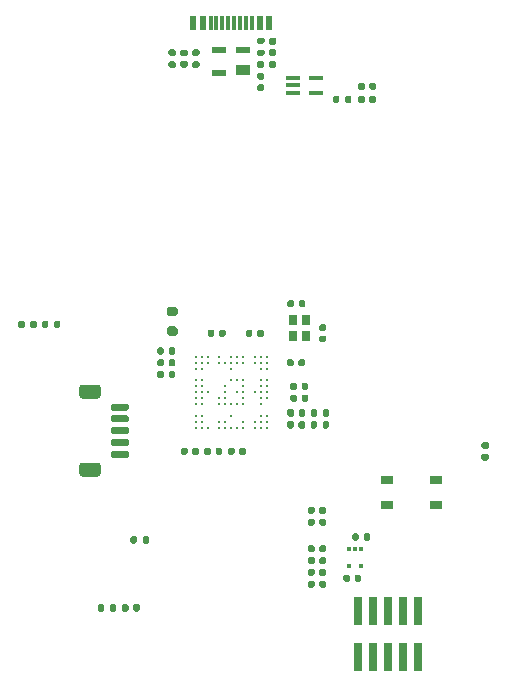
<source format=gtp>
G04 #@! TF.GenerationSoftware,KiCad,Pcbnew,6.0.7+dfsg-1~bpo11+1*
G04 #@! TF.CreationDate,2022-10-07T12:23:39+00:00*
G04 #@! TF.ProjectId,redshift,72656473-6869-4667-942e-6b696361645f,0.2*
G04 #@! TF.SameCoordinates,Original*
G04 #@! TF.FileFunction,Paste,Top*
G04 #@! TF.FilePolarity,Positive*
%FSLAX46Y46*%
G04 Gerber Fmt 4.6, Leading zero omitted, Abs format (unit mm)*
G04 Created by KiCad (PCBNEW 6.0.7+dfsg-1~bpo11+1) date 2022-10-07 12:23:39*
%MOMM*%
%LPD*%
G01*
G04 APERTURE LIST*
%ADD10R,0.600000X1.150000*%
%ADD11R,0.300000X1.150000*%
%ADD12R,0.300000X0.450000*%
%ADD13R,0.800000X0.900000*%
%ADD14R,1.170000X0.400000*%
%ADD15R,1.050000X0.650000*%
%ADD16R,0.740000X2.400000*%
%ADD17R,1.168400X0.889000*%
%ADD18R,1.168400X0.482600*%
%ADD19C,0.240000*%
G04 APERTURE END LIST*
G36*
G01*
X30780000Y23435000D02*
X30780000Y23065000D01*
G75*
G02*
X30645000Y22930000I-135000J0D01*
G01*
X30375000Y22930000D01*
G75*
G02*
X30240000Y23065000I0J135000D01*
G01*
X30240000Y23435000D01*
G75*
G02*
X30375000Y23570000I135000J0D01*
G01*
X30645000Y23570000D01*
G75*
G02*
X30780000Y23435000I0J-135000D01*
G01*
G37*
G36*
G01*
X29760000Y23435000D02*
X29760000Y23065000D01*
G75*
G02*
X29625000Y22930000I-135000J0D01*
G01*
X29355000Y22930000D01*
G75*
G02*
X29220000Y23065000I0J135000D01*
G01*
X29220000Y23435000D01*
G75*
G02*
X29355000Y23570000I135000J0D01*
G01*
X29625000Y23570000D01*
G75*
G02*
X29760000Y23435000I0J-135000D01*
G01*
G37*
G36*
G01*
X26280000Y53922500D02*
X26280000Y53577500D01*
G75*
G02*
X26132500Y53430000I-147500J0D01*
G01*
X25837500Y53430000D01*
G75*
G02*
X25690000Y53577500I0J147500D01*
G01*
X25690000Y53922500D01*
G75*
G02*
X25837500Y54070000I147500J0D01*
G01*
X26132500Y54070000D01*
G75*
G02*
X26280000Y53922500I0J-147500D01*
G01*
G37*
G36*
G01*
X25310000Y53922500D02*
X25310000Y53577500D01*
G75*
G02*
X25162500Y53430000I-147500J0D01*
G01*
X24867500Y53430000D01*
G75*
G02*
X24720000Y53577500I0J147500D01*
G01*
X24720000Y53922500D01*
G75*
G02*
X24867500Y54070000I147500J0D01*
G01*
X25162500Y54070000D01*
G75*
G02*
X25310000Y53922500I0J-147500D01*
G01*
G37*
G36*
G01*
X27510000Y25330000D02*
X27510000Y25670000D01*
G75*
G02*
X27650000Y25810000I140000J0D01*
G01*
X27930000Y25810000D01*
G75*
G02*
X28070000Y25670000I0J-140000D01*
G01*
X28070000Y25330000D01*
G75*
G02*
X27930000Y25190000I-140000J0D01*
G01*
X27650000Y25190000D01*
G75*
G02*
X27510000Y25330000I0J140000D01*
G01*
G37*
G36*
G01*
X28470000Y25330000D02*
X28470000Y25670000D01*
G75*
G02*
X28610000Y25810000I140000J0D01*
G01*
X28890000Y25810000D01*
G75*
G02*
X29030000Y25670000I0J-140000D01*
G01*
X29030000Y25330000D01*
G75*
G02*
X28890000Y25190000I-140000J0D01*
G01*
X28610000Y25190000D01*
G75*
G02*
X28470000Y25330000I0J140000D01*
G01*
G37*
G36*
G01*
X17760000Y27670000D02*
X17760000Y27330000D01*
G75*
G02*
X17620000Y27190000I-140000J0D01*
G01*
X17340000Y27190000D01*
G75*
G02*
X17200000Y27330000I0J140000D01*
G01*
X17200000Y27670000D01*
G75*
G02*
X17340000Y27810000I140000J0D01*
G01*
X17620000Y27810000D01*
G75*
G02*
X17760000Y27670000I0J-140000D01*
G01*
G37*
G36*
G01*
X16800000Y27670000D02*
X16800000Y27330000D01*
G75*
G02*
X16660000Y27190000I-140000J0D01*
G01*
X16380000Y27190000D01*
G75*
G02*
X16240000Y27330000I0J140000D01*
G01*
X16240000Y27670000D01*
G75*
G02*
X16380000Y27810000I140000J0D01*
G01*
X16660000Y27810000D01*
G75*
G02*
X16800000Y27670000I0J-140000D01*
G01*
G37*
G36*
G01*
X17760000Y29670000D02*
X17760000Y29330000D01*
G75*
G02*
X17620000Y29190000I-140000J0D01*
G01*
X17340000Y29190000D01*
G75*
G02*
X17200000Y29330000I0J140000D01*
G01*
X17200000Y29670000D01*
G75*
G02*
X17340000Y29810000I140000J0D01*
G01*
X17620000Y29810000D01*
G75*
G02*
X17760000Y29670000I0J-140000D01*
G01*
G37*
G36*
G01*
X16800000Y29670000D02*
X16800000Y29330000D01*
G75*
G02*
X16660000Y29190000I-140000J0D01*
G01*
X16380000Y29190000D01*
G75*
G02*
X16240000Y29330000I0J140000D01*
G01*
X16240000Y29670000D01*
G75*
G02*
X16380000Y29810000I140000J0D01*
G01*
X16660000Y29810000D01*
G75*
G02*
X16800000Y29670000I0J-140000D01*
G01*
G37*
G36*
G01*
X33240000Y51730000D02*
X33240000Y52070000D01*
G75*
G02*
X33380000Y52210000I140000J0D01*
G01*
X33660000Y52210000D01*
G75*
G02*
X33800000Y52070000I0J-140000D01*
G01*
X33800000Y51730000D01*
G75*
G02*
X33660000Y51590000I-140000J0D01*
G01*
X33380000Y51590000D01*
G75*
G02*
X33240000Y51730000I0J140000D01*
G01*
G37*
G36*
G01*
X34200000Y51730000D02*
X34200000Y52070000D01*
G75*
G02*
X34340000Y52210000I140000J0D01*
G01*
X34620000Y52210000D01*
G75*
G02*
X34760000Y52070000I0J-140000D01*
G01*
X34760000Y51730000D01*
G75*
G02*
X34620000Y51590000I-140000J0D01*
G01*
X34340000Y51590000D01*
G75*
G02*
X34200000Y51730000I0J140000D01*
G01*
G37*
G36*
G01*
X24830000Y53030000D02*
X25170000Y53030000D01*
G75*
G02*
X25310000Y52890000I0J-140000D01*
G01*
X25310000Y52610000D01*
G75*
G02*
X25170000Y52470000I-140000J0D01*
G01*
X24830000Y52470000D01*
G75*
G02*
X24690000Y52610000I0J140000D01*
G01*
X24690000Y52890000D01*
G75*
G02*
X24830000Y53030000I140000J0D01*
G01*
G37*
G36*
G01*
X24830000Y52070000D02*
X25170000Y52070000D01*
G75*
G02*
X25310000Y51930000I0J-140000D01*
G01*
X25310000Y51650000D01*
G75*
G02*
X25170000Y51510000I-140000J0D01*
G01*
X24830000Y51510000D01*
G75*
G02*
X24690000Y51650000I0J140000D01*
G01*
X24690000Y51930000D01*
G75*
G02*
X24830000Y52070000I140000J0D01*
G01*
G37*
G36*
G01*
X20510000Y30830000D02*
X20510000Y31170000D01*
G75*
G02*
X20650000Y31310000I140000J0D01*
G01*
X20930000Y31310000D01*
G75*
G02*
X21070000Y31170000I0J-140000D01*
G01*
X21070000Y30830000D01*
G75*
G02*
X20930000Y30690000I-140000J0D01*
G01*
X20650000Y30690000D01*
G75*
G02*
X20510000Y30830000I0J140000D01*
G01*
G37*
G36*
G01*
X21470000Y30830000D02*
X21470000Y31170000D01*
G75*
G02*
X21610000Y31310000I140000J0D01*
G01*
X21890000Y31310000D01*
G75*
G02*
X22030000Y31170000I0J-140000D01*
G01*
X22030000Y30830000D01*
G75*
G02*
X21890000Y30690000I-140000J0D01*
G01*
X21610000Y30690000D01*
G75*
G02*
X21470000Y30830000I0J140000D01*
G01*
G37*
G36*
G01*
X28990000Y9580000D02*
X28990000Y9920000D01*
G75*
G02*
X29130000Y10060000I140000J0D01*
G01*
X29410000Y10060000D01*
G75*
G02*
X29550000Y9920000I0J-140000D01*
G01*
X29550000Y9580000D01*
G75*
G02*
X29410000Y9440000I-140000J0D01*
G01*
X29130000Y9440000D01*
G75*
G02*
X28990000Y9580000I0J140000D01*
G01*
G37*
G36*
G01*
X29950000Y9580000D02*
X29950000Y9920000D01*
G75*
G02*
X30090000Y10060000I140000J0D01*
G01*
X30370000Y10060000D01*
G75*
G02*
X30510000Y9920000I0J-140000D01*
G01*
X30510000Y9580000D01*
G75*
G02*
X30370000Y9440000I-140000J0D01*
G01*
X30090000Y9440000D01*
G75*
G02*
X29950000Y9580000I0J140000D01*
G01*
G37*
G36*
G01*
X27225000Y24077500D02*
X27225000Y24422500D01*
G75*
G02*
X27372500Y24570000I147500J0D01*
G01*
X27667500Y24570000D01*
G75*
G02*
X27815000Y24422500I0J-147500D01*
G01*
X27815000Y24077500D01*
G75*
G02*
X27667500Y23930000I-147500J0D01*
G01*
X27372500Y23930000D01*
G75*
G02*
X27225000Y24077500I0J147500D01*
G01*
G37*
G36*
G01*
X28195000Y24077500D02*
X28195000Y24422500D01*
G75*
G02*
X28342500Y24570000I147500J0D01*
G01*
X28637500Y24570000D01*
G75*
G02*
X28785000Y24422500I0J-147500D01*
G01*
X28785000Y24077500D01*
G75*
G02*
X28637500Y23930000I-147500J0D01*
G01*
X28342500Y23930000D01*
G75*
G02*
X28195000Y24077500I0J147500D01*
G01*
G37*
D10*
X25700000Y57245000D03*
X24900000Y57245000D03*
D11*
X23750000Y57245000D03*
X22750000Y57245000D03*
X22250000Y57245000D03*
X21250000Y57245000D03*
D10*
X19300000Y57245000D03*
X20100000Y57245000D03*
D11*
X20750000Y57245000D03*
X21750000Y57245000D03*
X23250000Y57245000D03*
X24250000Y57245000D03*
G36*
G01*
X17775000Y30775000D02*
X17225000Y30775000D01*
G75*
G02*
X17025000Y30975000I0J200000D01*
G01*
X17025000Y31375000D01*
G75*
G02*
X17225000Y31575000I200000J0D01*
G01*
X17775000Y31575000D01*
G75*
G02*
X17975000Y31375000I0J-200000D01*
G01*
X17975000Y30975000D01*
G75*
G02*
X17775000Y30775000I-200000J0D01*
G01*
G37*
G36*
G01*
X17775000Y32425000D02*
X17225000Y32425000D01*
G75*
G02*
X17025000Y32625000I0J200000D01*
G01*
X17025000Y33025000D01*
G75*
G02*
X17225000Y33225000I200000J0D01*
G01*
X17775000Y33225000D01*
G75*
G02*
X17975000Y33025000I0J-200000D01*
G01*
X17975000Y32625000D01*
G75*
G02*
X17775000Y32425000I-200000J0D01*
G01*
G37*
G36*
G01*
X27220000Y23077500D02*
X27220000Y23422500D01*
G75*
G02*
X27367500Y23570000I147500J0D01*
G01*
X27662500Y23570000D01*
G75*
G02*
X27810000Y23422500I0J-147500D01*
G01*
X27810000Y23077500D01*
G75*
G02*
X27662500Y22930000I-147500J0D01*
G01*
X27367500Y22930000D01*
G75*
G02*
X27220000Y23077500I0J147500D01*
G01*
G37*
G36*
G01*
X28190000Y23077500D02*
X28190000Y23422500D01*
G75*
G02*
X28337500Y23570000I147500J0D01*
G01*
X28632500Y23570000D01*
G75*
G02*
X28780000Y23422500I0J-147500D01*
G01*
X28780000Y23077500D01*
G75*
G02*
X28632500Y22930000I-147500J0D01*
G01*
X28337500Y22930000D01*
G75*
G02*
X28190000Y23077500I0J147500D01*
G01*
G37*
G36*
G01*
X32740000Y13580000D02*
X32740000Y13920000D01*
G75*
G02*
X32880000Y14060000I140000J0D01*
G01*
X33160000Y14060000D01*
G75*
G02*
X33300000Y13920000I0J-140000D01*
G01*
X33300000Y13580000D01*
G75*
G02*
X33160000Y13440000I-140000J0D01*
G01*
X32880000Y13440000D01*
G75*
G02*
X32740000Y13580000I0J140000D01*
G01*
G37*
G36*
G01*
X33700000Y13580000D02*
X33700000Y13920000D01*
G75*
G02*
X33840000Y14060000I140000J0D01*
G01*
X34120000Y14060000D01*
G75*
G02*
X34260000Y13920000I0J-140000D01*
G01*
X34260000Y13580000D01*
G75*
G02*
X34120000Y13440000I-140000J0D01*
G01*
X33840000Y13440000D01*
G75*
G02*
X33700000Y13580000I0J140000D01*
G01*
G37*
D12*
X33500000Y12700000D03*
X33000000Y12700000D03*
X32500000Y12700000D03*
X32500000Y11300000D03*
X33500000Y11300000D03*
G36*
G01*
X21740000Y21170000D02*
X21740000Y20830000D01*
G75*
G02*
X21600000Y20690000I-140000J0D01*
G01*
X21320000Y20690000D01*
G75*
G02*
X21180000Y20830000I0J140000D01*
G01*
X21180000Y21170000D01*
G75*
G02*
X21320000Y21310000I140000J0D01*
G01*
X21600000Y21310000D01*
G75*
G02*
X21740000Y21170000I0J-140000D01*
G01*
G37*
G36*
G01*
X20780000Y21170000D02*
X20780000Y20830000D01*
G75*
G02*
X20640000Y20690000I-140000J0D01*
G01*
X20360000Y20690000D01*
G75*
G02*
X20220000Y20830000I0J140000D01*
G01*
X20220000Y21170000D01*
G75*
G02*
X20360000Y21310000I140000J0D01*
G01*
X20640000Y21310000D01*
G75*
G02*
X20780000Y21170000I0J-140000D01*
G01*
G37*
G36*
G01*
X30420000Y30240000D02*
X30080000Y30240000D01*
G75*
G02*
X29940000Y30380000I0J140000D01*
G01*
X29940000Y30660000D01*
G75*
G02*
X30080000Y30800000I140000J0D01*
G01*
X30420000Y30800000D01*
G75*
G02*
X30560000Y30660000I0J-140000D01*
G01*
X30560000Y30380000D01*
G75*
G02*
X30420000Y30240000I-140000J0D01*
G01*
G37*
G36*
G01*
X30420000Y31200000D02*
X30080000Y31200000D01*
G75*
G02*
X29940000Y31340000I0J140000D01*
G01*
X29940000Y31620000D01*
G75*
G02*
X30080000Y31760000I140000J0D01*
G01*
X30420000Y31760000D01*
G75*
G02*
X30560000Y31620000I0J-140000D01*
G01*
X30560000Y31340000D01*
G75*
G02*
X30420000Y31200000I-140000J0D01*
G01*
G37*
G36*
G01*
X8030000Y31935000D02*
X8030000Y31565000D01*
G75*
G02*
X7895000Y31430000I-135000J0D01*
G01*
X7625000Y31430000D01*
G75*
G02*
X7490000Y31565000I0J135000D01*
G01*
X7490000Y31935000D01*
G75*
G02*
X7625000Y32070000I135000J0D01*
G01*
X7895000Y32070000D01*
G75*
G02*
X8030000Y31935000I0J-135000D01*
G01*
G37*
G36*
G01*
X7010000Y31935000D02*
X7010000Y31565000D01*
G75*
G02*
X6875000Y31430000I-135000J0D01*
G01*
X6605000Y31430000D01*
G75*
G02*
X6470000Y31565000I0J135000D01*
G01*
X6470000Y31935000D01*
G75*
G02*
X6605000Y32070000I135000J0D01*
G01*
X6875000Y32070000D01*
G75*
G02*
X7010000Y31935000I0J-135000D01*
G01*
G37*
D13*
X28850000Y30750000D03*
X28850000Y32150000D03*
X27750000Y32150000D03*
X27750000Y30750000D03*
G36*
G01*
X18330000Y55010000D02*
X18670000Y55010000D01*
G75*
G02*
X18810000Y54870000I0J-140000D01*
G01*
X18810000Y54590000D01*
G75*
G02*
X18670000Y54450000I-140000J0D01*
G01*
X18330000Y54450000D01*
G75*
G02*
X18190000Y54590000I0J140000D01*
G01*
X18190000Y54870000D01*
G75*
G02*
X18330000Y55010000I140000J0D01*
G01*
G37*
G36*
G01*
X18330000Y54050000D02*
X18670000Y54050000D01*
G75*
G02*
X18810000Y53910000I0J-140000D01*
G01*
X18810000Y53630000D01*
G75*
G02*
X18670000Y53490000I-140000J0D01*
G01*
X18330000Y53490000D01*
G75*
G02*
X18190000Y53630000I0J140000D01*
G01*
X18190000Y53910000D01*
G75*
G02*
X18330000Y54050000I140000J0D01*
G01*
G37*
D14*
X27730000Y52650000D03*
X27730000Y52000000D03*
X27730000Y51350000D03*
X29670000Y51350000D03*
X29670000Y52650000D03*
G36*
G01*
X27260000Y33330000D02*
X27260000Y33670000D01*
G75*
G02*
X27400000Y33810000I140000J0D01*
G01*
X27680000Y33810000D01*
G75*
G02*
X27820000Y33670000I0J-140000D01*
G01*
X27820000Y33330000D01*
G75*
G02*
X27680000Y33190000I-140000J0D01*
G01*
X27400000Y33190000D01*
G75*
G02*
X27260000Y33330000I0J140000D01*
G01*
G37*
G36*
G01*
X28220000Y33330000D02*
X28220000Y33670000D01*
G75*
G02*
X28360000Y33810000I140000J0D01*
G01*
X28640000Y33810000D01*
G75*
G02*
X28780000Y33670000I0J-140000D01*
G01*
X28780000Y33330000D01*
G75*
G02*
X28640000Y33190000I-140000J0D01*
G01*
X28360000Y33190000D01*
G75*
G02*
X28220000Y33330000I0J140000D01*
G01*
G37*
G36*
G01*
X27220000Y28330000D02*
X27220000Y28670000D01*
G75*
G02*
X27360000Y28810000I140000J0D01*
G01*
X27640000Y28810000D01*
G75*
G02*
X27780000Y28670000I0J-140000D01*
G01*
X27780000Y28330000D01*
G75*
G02*
X27640000Y28190000I-140000J0D01*
G01*
X27360000Y28190000D01*
G75*
G02*
X27220000Y28330000I0J140000D01*
G01*
G37*
G36*
G01*
X28180000Y28330000D02*
X28180000Y28670000D01*
G75*
G02*
X28320000Y28810000I140000J0D01*
G01*
X28600000Y28810000D01*
G75*
G02*
X28740000Y28670000I0J-140000D01*
G01*
X28740000Y28330000D01*
G75*
G02*
X28600000Y28190000I-140000J0D01*
G01*
X28320000Y28190000D01*
G75*
G02*
X28180000Y28330000I0J140000D01*
G01*
G37*
G36*
G01*
X14780000Y7922500D02*
X14780000Y7577500D01*
G75*
G02*
X14632500Y7430000I-147500J0D01*
G01*
X14337500Y7430000D01*
G75*
G02*
X14190000Y7577500I0J147500D01*
G01*
X14190000Y7922500D01*
G75*
G02*
X14337500Y8070000I147500J0D01*
G01*
X14632500Y8070000D01*
G75*
G02*
X14780000Y7922500I0J-147500D01*
G01*
G37*
G36*
G01*
X13810000Y7922500D02*
X13810000Y7577500D01*
G75*
G02*
X13662500Y7430000I-147500J0D01*
G01*
X13367500Y7430000D01*
G75*
G02*
X13220000Y7577500I0J147500D01*
G01*
X13220000Y7922500D01*
G75*
G02*
X13367500Y8070000I147500J0D01*
G01*
X13662500Y8070000D01*
G75*
G02*
X13810000Y7922500I0J-147500D01*
G01*
G37*
G36*
G01*
X17760000Y28670000D02*
X17760000Y28330000D01*
G75*
G02*
X17620000Y28190000I-140000J0D01*
G01*
X17340000Y28190000D01*
G75*
G02*
X17200000Y28330000I0J140000D01*
G01*
X17200000Y28670000D01*
G75*
G02*
X17340000Y28810000I140000J0D01*
G01*
X17620000Y28810000D01*
G75*
G02*
X17760000Y28670000I0J-140000D01*
G01*
G37*
G36*
G01*
X16800000Y28670000D02*
X16800000Y28330000D01*
G75*
G02*
X16660000Y28190000I-140000J0D01*
G01*
X16380000Y28190000D01*
G75*
G02*
X16240000Y28330000I0J140000D01*
G01*
X16240000Y28670000D01*
G75*
G02*
X16380000Y28810000I140000J0D01*
G01*
X16660000Y28810000D01*
G75*
G02*
X16800000Y28670000I0J-140000D01*
G01*
G37*
D15*
X35675000Y16425000D03*
X39825000Y16425000D03*
X39825000Y18575000D03*
X35675000Y18575000D03*
G36*
G01*
X28990000Y12580000D02*
X28990000Y12920000D01*
G75*
G02*
X29130000Y13060000I140000J0D01*
G01*
X29410000Y13060000D01*
G75*
G02*
X29550000Y12920000I0J-140000D01*
G01*
X29550000Y12580000D01*
G75*
G02*
X29410000Y12440000I-140000J0D01*
G01*
X29130000Y12440000D01*
G75*
G02*
X28990000Y12580000I0J140000D01*
G01*
G37*
G36*
G01*
X29950000Y12580000D02*
X29950000Y12920000D01*
G75*
G02*
X30090000Y13060000I140000J0D01*
G01*
X30370000Y13060000D01*
G75*
G02*
X30510000Y12920000I0J-140000D01*
G01*
X30510000Y12580000D01*
G75*
G02*
X30370000Y12440000I-140000J0D01*
G01*
X30090000Y12440000D01*
G75*
G02*
X29950000Y12580000I0J140000D01*
G01*
G37*
G36*
G01*
X4470000Y31577500D02*
X4470000Y31922500D01*
G75*
G02*
X4617500Y32070000I147500J0D01*
G01*
X4912500Y32070000D01*
G75*
G02*
X5060000Y31922500I0J-147500D01*
G01*
X5060000Y31577500D01*
G75*
G02*
X4912500Y31430000I-147500J0D01*
G01*
X4617500Y31430000D01*
G75*
G02*
X4470000Y31577500I0J147500D01*
G01*
G37*
G36*
G01*
X5440000Y31577500D02*
X5440000Y31922500D01*
G75*
G02*
X5587500Y32070000I147500J0D01*
G01*
X5882500Y32070000D01*
G75*
G02*
X6030000Y31922500I0J-147500D01*
G01*
X6030000Y31577500D01*
G75*
G02*
X5882500Y31430000I-147500J0D01*
G01*
X5587500Y31430000D01*
G75*
G02*
X5440000Y31577500I0J147500D01*
G01*
G37*
G36*
G01*
X43827500Y21780000D02*
X44172500Y21780000D01*
G75*
G02*
X44320000Y21632500I0J-147500D01*
G01*
X44320000Y21337500D01*
G75*
G02*
X44172500Y21190000I-147500J0D01*
G01*
X43827500Y21190000D01*
G75*
G02*
X43680000Y21337500I0J147500D01*
G01*
X43680000Y21632500D01*
G75*
G02*
X43827500Y21780000I147500J0D01*
G01*
G37*
G36*
G01*
X43827500Y20810000D02*
X44172500Y20810000D01*
G75*
G02*
X44320000Y20662500I0J-147500D01*
G01*
X44320000Y20367500D01*
G75*
G02*
X44172500Y20220000I-147500J0D01*
G01*
X43827500Y20220000D01*
G75*
G02*
X43680000Y20367500I0J147500D01*
G01*
X43680000Y20662500D01*
G75*
G02*
X43827500Y20810000I147500J0D01*
G01*
G37*
G36*
G01*
X23740000Y30830000D02*
X23740000Y31170000D01*
G75*
G02*
X23880000Y31310000I140000J0D01*
G01*
X24160000Y31310000D01*
G75*
G02*
X24300000Y31170000I0J-140000D01*
G01*
X24300000Y30830000D01*
G75*
G02*
X24160000Y30690000I-140000J0D01*
G01*
X23880000Y30690000D01*
G75*
G02*
X23740000Y30830000I0J140000D01*
G01*
G37*
G36*
G01*
X24700000Y30830000D02*
X24700000Y31170000D01*
G75*
G02*
X24840000Y31310000I140000J0D01*
G01*
X25120000Y31310000D01*
G75*
G02*
X25260000Y31170000I0J-140000D01*
G01*
X25260000Y30830000D01*
G75*
G02*
X25120000Y30690000I-140000J0D01*
G01*
X24840000Y30690000D01*
G75*
G02*
X24700000Y30830000I0J140000D01*
G01*
G37*
G36*
G01*
X17315000Y55030000D02*
X17685000Y55030000D01*
G75*
G02*
X17820000Y54895000I0J-135000D01*
G01*
X17820000Y54625000D01*
G75*
G02*
X17685000Y54490000I-135000J0D01*
G01*
X17315000Y54490000D01*
G75*
G02*
X17180000Y54625000I0J135000D01*
G01*
X17180000Y54895000D01*
G75*
G02*
X17315000Y55030000I135000J0D01*
G01*
G37*
G36*
G01*
X17315000Y54010000D02*
X17685000Y54010000D01*
G75*
G02*
X17820000Y53875000I0J-135000D01*
G01*
X17820000Y53605000D01*
G75*
G02*
X17685000Y53470000I-135000J0D01*
G01*
X17315000Y53470000D01*
G75*
G02*
X17180000Y53605000I0J135000D01*
G01*
X17180000Y53875000D01*
G75*
G02*
X17315000Y54010000I135000J0D01*
G01*
G37*
G36*
G01*
X19760000Y21170000D02*
X19760000Y20830000D01*
G75*
G02*
X19620000Y20690000I-140000J0D01*
G01*
X19340000Y20690000D01*
G75*
G02*
X19200000Y20830000I0J140000D01*
G01*
X19200000Y21170000D01*
G75*
G02*
X19340000Y21310000I140000J0D01*
G01*
X19620000Y21310000D01*
G75*
G02*
X19760000Y21170000I0J-140000D01*
G01*
G37*
G36*
G01*
X18800000Y21170000D02*
X18800000Y20830000D01*
G75*
G02*
X18660000Y20690000I-140000J0D01*
G01*
X18380000Y20690000D01*
G75*
G02*
X18240000Y20830000I0J140000D01*
G01*
X18240000Y21170000D01*
G75*
G02*
X18380000Y21310000I140000J0D01*
G01*
X18660000Y21310000D01*
G75*
G02*
X18800000Y21170000I0J-140000D01*
G01*
G37*
G36*
G01*
X11210000Y7565000D02*
X11210000Y7935000D01*
G75*
G02*
X11345000Y8070000I135000J0D01*
G01*
X11615000Y8070000D01*
G75*
G02*
X11750000Y7935000I0J-135000D01*
G01*
X11750000Y7565000D01*
G75*
G02*
X11615000Y7430000I-135000J0D01*
G01*
X11345000Y7430000D01*
G75*
G02*
X11210000Y7565000I0J135000D01*
G01*
G37*
G36*
G01*
X12230000Y7565000D02*
X12230000Y7935000D01*
G75*
G02*
X12365000Y8070000I135000J0D01*
G01*
X12635000Y8070000D01*
G75*
G02*
X12770000Y7935000I0J-135000D01*
G01*
X12770000Y7565000D01*
G75*
G02*
X12635000Y7430000I-135000J0D01*
G01*
X12365000Y7430000D01*
G75*
G02*
X12230000Y7565000I0J135000D01*
G01*
G37*
G36*
G01*
X25185000Y54470000D02*
X24815000Y54470000D01*
G75*
G02*
X24680000Y54605000I0J135000D01*
G01*
X24680000Y54875000D01*
G75*
G02*
X24815000Y55010000I135000J0D01*
G01*
X25185000Y55010000D01*
G75*
G02*
X25320000Y54875000I0J-135000D01*
G01*
X25320000Y54605000D01*
G75*
G02*
X25185000Y54470000I-135000J0D01*
G01*
G37*
G36*
G01*
X25185000Y55490000D02*
X24815000Y55490000D01*
G75*
G02*
X24680000Y55625000I0J135000D01*
G01*
X24680000Y55895000D01*
G75*
G02*
X24815000Y56030000I135000J0D01*
G01*
X25185000Y56030000D01*
G75*
G02*
X25320000Y55895000I0J-135000D01*
G01*
X25320000Y55625000D01*
G75*
G02*
X25185000Y55490000I-135000J0D01*
G01*
G37*
G36*
G01*
X34780000Y50972500D02*
X34780000Y50627500D01*
G75*
G02*
X34632500Y50480000I-147500J0D01*
G01*
X34337500Y50480000D01*
G75*
G02*
X34190000Y50627500I0J147500D01*
G01*
X34190000Y50972500D01*
G75*
G02*
X34337500Y51120000I147500J0D01*
G01*
X34632500Y51120000D01*
G75*
G02*
X34780000Y50972500I0J-147500D01*
G01*
G37*
G36*
G01*
X33810000Y50972500D02*
X33810000Y50627500D01*
G75*
G02*
X33662500Y50480000I-147500J0D01*
G01*
X33367500Y50480000D01*
G75*
G02*
X33220000Y50627500I0J147500D01*
G01*
X33220000Y50972500D01*
G75*
G02*
X33367500Y51120000I147500J0D01*
G01*
X33662500Y51120000D01*
G75*
G02*
X33810000Y50972500I0J-147500D01*
G01*
G37*
G36*
G01*
X30510000Y16170000D02*
X30510000Y15830000D01*
G75*
G02*
X30370000Y15690000I-140000J0D01*
G01*
X30090000Y15690000D01*
G75*
G02*
X29950000Y15830000I0J140000D01*
G01*
X29950000Y16170000D01*
G75*
G02*
X30090000Y16310000I140000J0D01*
G01*
X30370000Y16310000D01*
G75*
G02*
X30510000Y16170000I0J-140000D01*
G01*
G37*
G36*
G01*
X29550000Y16170000D02*
X29550000Y15830000D01*
G75*
G02*
X29410000Y15690000I-140000J0D01*
G01*
X29130000Y15690000D01*
G75*
G02*
X28990000Y15830000I0J140000D01*
G01*
X28990000Y16170000D01*
G75*
G02*
X29130000Y16310000I140000J0D01*
G01*
X29410000Y16310000D01*
G75*
G02*
X29550000Y16170000I0J-140000D01*
G01*
G37*
G36*
G01*
X31990000Y10080000D02*
X31990000Y10420000D01*
G75*
G02*
X32130000Y10560000I140000J0D01*
G01*
X32410000Y10560000D01*
G75*
G02*
X32550000Y10420000I0J-140000D01*
G01*
X32550000Y10080000D01*
G75*
G02*
X32410000Y9940000I-140000J0D01*
G01*
X32130000Y9940000D01*
G75*
G02*
X31990000Y10080000I0J140000D01*
G01*
G37*
G36*
G01*
X32950000Y10080000D02*
X32950000Y10420000D01*
G75*
G02*
X33090000Y10560000I140000J0D01*
G01*
X33370000Y10560000D01*
G75*
G02*
X33510000Y10420000I0J-140000D01*
G01*
X33510000Y10080000D01*
G75*
G02*
X33370000Y9940000I-140000J0D01*
G01*
X33090000Y9940000D01*
G75*
G02*
X32950000Y10080000I0J140000D01*
G01*
G37*
G36*
G01*
X23740000Y21170000D02*
X23740000Y20830000D01*
G75*
G02*
X23600000Y20690000I-140000J0D01*
G01*
X23320000Y20690000D01*
G75*
G02*
X23180000Y20830000I0J140000D01*
G01*
X23180000Y21170000D01*
G75*
G02*
X23320000Y21310000I140000J0D01*
G01*
X23600000Y21310000D01*
G75*
G02*
X23740000Y21170000I0J-140000D01*
G01*
G37*
G36*
G01*
X22780000Y21170000D02*
X22780000Y20830000D01*
G75*
G02*
X22640000Y20690000I-140000J0D01*
G01*
X22360000Y20690000D01*
G75*
G02*
X22220000Y20830000I0J140000D01*
G01*
X22220000Y21170000D01*
G75*
G02*
X22360000Y21310000I140000J0D01*
G01*
X22640000Y21310000D01*
G75*
G02*
X22780000Y21170000I0J-140000D01*
G01*
G37*
G36*
G01*
X27490000Y26330000D02*
X27490000Y26670000D01*
G75*
G02*
X27630000Y26810000I140000J0D01*
G01*
X27910000Y26810000D01*
G75*
G02*
X28050000Y26670000I0J-140000D01*
G01*
X28050000Y26330000D01*
G75*
G02*
X27910000Y26190000I-140000J0D01*
G01*
X27630000Y26190000D01*
G75*
G02*
X27490000Y26330000I0J140000D01*
G01*
G37*
G36*
G01*
X28450000Y26330000D02*
X28450000Y26670000D01*
G75*
G02*
X28590000Y26810000I140000J0D01*
G01*
X28870000Y26810000D01*
G75*
G02*
X29010000Y26670000I0J-140000D01*
G01*
X29010000Y26330000D01*
G75*
G02*
X28870000Y26190000I-140000J0D01*
G01*
X28590000Y26190000D01*
G75*
G02*
X28450000Y26330000I0J140000D01*
G01*
G37*
G36*
G01*
X13970000Y13315000D02*
X13970000Y13685000D01*
G75*
G02*
X14105000Y13820000I135000J0D01*
G01*
X14375000Y13820000D01*
G75*
G02*
X14510000Y13685000I0J-135000D01*
G01*
X14510000Y13315000D01*
G75*
G02*
X14375000Y13180000I-135000J0D01*
G01*
X14105000Y13180000D01*
G75*
G02*
X13970000Y13315000I0J135000D01*
G01*
G37*
G36*
G01*
X14990000Y13315000D02*
X14990000Y13685000D01*
G75*
G02*
X15125000Y13820000I135000J0D01*
G01*
X15395000Y13820000D01*
G75*
G02*
X15530000Y13685000I0J-135000D01*
G01*
X15530000Y13315000D01*
G75*
G02*
X15395000Y13180000I-135000J0D01*
G01*
X15125000Y13180000D01*
G75*
G02*
X14990000Y13315000I0J135000D01*
G01*
G37*
G36*
G01*
X13700000Y20450000D02*
X12450000Y20450000D01*
G75*
G02*
X12300000Y20600000I0J150000D01*
G01*
X12300000Y20900000D01*
G75*
G02*
X12450000Y21050000I150000J0D01*
G01*
X13700000Y21050000D01*
G75*
G02*
X13850000Y20900000I0J-150000D01*
G01*
X13850000Y20600000D01*
G75*
G02*
X13700000Y20450000I-150000J0D01*
G01*
G37*
G36*
G01*
X13700000Y21450000D02*
X12450000Y21450000D01*
G75*
G02*
X12300000Y21600000I0J150000D01*
G01*
X12300000Y21900000D01*
G75*
G02*
X12450000Y22050000I150000J0D01*
G01*
X13700000Y22050000D01*
G75*
G02*
X13850000Y21900000I0J-150000D01*
G01*
X13850000Y21600000D01*
G75*
G02*
X13700000Y21450000I-150000J0D01*
G01*
G37*
G36*
G01*
X13700000Y22450000D02*
X12450000Y22450000D01*
G75*
G02*
X12300000Y22600000I0J150000D01*
G01*
X12300000Y22900000D01*
G75*
G02*
X12450000Y23050000I150000J0D01*
G01*
X13700000Y23050000D01*
G75*
G02*
X13850000Y22900000I0J-150000D01*
G01*
X13850000Y22600000D01*
G75*
G02*
X13700000Y22450000I-150000J0D01*
G01*
G37*
G36*
G01*
X13700000Y23450000D02*
X12450000Y23450000D01*
G75*
G02*
X12300000Y23600000I0J150000D01*
G01*
X12300000Y23900000D01*
G75*
G02*
X12450000Y24050000I150000J0D01*
G01*
X13700000Y24050000D01*
G75*
G02*
X13850000Y23900000I0J-150000D01*
G01*
X13850000Y23600000D01*
G75*
G02*
X13700000Y23450000I-150000J0D01*
G01*
G37*
G36*
G01*
X13700000Y24450000D02*
X12450000Y24450000D01*
G75*
G02*
X12300000Y24600000I0J150000D01*
G01*
X12300000Y24900000D01*
G75*
G02*
X12450000Y25050000I150000J0D01*
G01*
X13700000Y25050000D01*
G75*
G02*
X13850000Y24900000I0J-150000D01*
G01*
X13850000Y24600000D01*
G75*
G02*
X13700000Y24450000I-150000J0D01*
G01*
G37*
G36*
G01*
X11200000Y18850000D02*
X9900000Y18850000D01*
G75*
G02*
X9650000Y19100000I0J250000D01*
G01*
X9650000Y19800000D01*
G75*
G02*
X9900000Y20050000I250000J0D01*
G01*
X11200000Y20050000D01*
G75*
G02*
X11450000Y19800000I0J-250000D01*
G01*
X11450000Y19100000D01*
G75*
G02*
X11200000Y18850000I-250000J0D01*
G01*
G37*
G36*
G01*
X11200000Y25450000D02*
X9900000Y25450000D01*
G75*
G02*
X9650000Y25700000I0J250000D01*
G01*
X9650000Y26400000D01*
G75*
G02*
X9900000Y26650000I250000J0D01*
G01*
X11200000Y26650000D01*
G75*
G02*
X11450000Y26400000I0J-250000D01*
G01*
X11450000Y25700000D01*
G75*
G02*
X11200000Y25450000I-250000J0D01*
G01*
G37*
D16*
X33210000Y3550000D03*
X33210000Y7450000D03*
X34480000Y3550000D03*
X34480000Y7450000D03*
X35750000Y3550000D03*
X35750000Y7450000D03*
X37020000Y3550000D03*
X37020000Y7450000D03*
X38290000Y3550000D03*
X38290000Y7450000D03*
G36*
G01*
X30510000Y15170000D02*
X30510000Y14830000D01*
G75*
G02*
X30370000Y14690000I-140000J0D01*
G01*
X30090000Y14690000D01*
G75*
G02*
X29950000Y14830000I0J140000D01*
G01*
X29950000Y15170000D01*
G75*
G02*
X30090000Y15310000I140000J0D01*
G01*
X30370000Y15310000D01*
G75*
G02*
X30510000Y15170000I0J-140000D01*
G01*
G37*
G36*
G01*
X29550000Y15170000D02*
X29550000Y14830000D01*
G75*
G02*
X29410000Y14690000I-140000J0D01*
G01*
X29130000Y14690000D01*
G75*
G02*
X28990000Y14830000I0J140000D01*
G01*
X28990000Y15170000D01*
G75*
G02*
X29130000Y15310000I140000J0D01*
G01*
X29410000Y15310000D01*
G75*
G02*
X29550000Y15170000I0J-140000D01*
G01*
G37*
G36*
G01*
X30790000Y24435000D02*
X30790000Y24065000D01*
G75*
G02*
X30655000Y23930000I-135000J0D01*
G01*
X30385000Y23930000D01*
G75*
G02*
X30250000Y24065000I0J135000D01*
G01*
X30250000Y24435000D01*
G75*
G02*
X30385000Y24570000I135000J0D01*
G01*
X30655000Y24570000D01*
G75*
G02*
X30790000Y24435000I0J-135000D01*
G01*
G37*
G36*
G01*
X29770000Y24435000D02*
X29770000Y24065000D01*
G75*
G02*
X29635000Y23930000I-135000J0D01*
G01*
X29365000Y23930000D01*
G75*
G02*
X29230000Y24065000I0J135000D01*
G01*
X29230000Y24435000D01*
G75*
G02*
X29365000Y24570000I135000J0D01*
G01*
X29635000Y24570000D01*
G75*
G02*
X29770000Y24435000I0J-135000D01*
G01*
G37*
D17*
X23516343Y53253200D03*
D18*
X23516343Y54950000D03*
X21484343Y54950001D03*
X21484343Y53049999D03*
D19*
X25500000Y23000000D03*
X25000000Y23000000D03*
X24500000Y23000000D03*
X23500000Y23000000D03*
X23000000Y23000000D03*
X22500000Y23000000D03*
X22000000Y23000000D03*
X21500000Y23000000D03*
X20500000Y23000000D03*
X20000000Y23000000D03*
X19500000Y23000000D03*
X25500000Y23500000D03*
X25000000Y23500000D03*
X24500000Y23500000D03*
X23500000Y23500000D03*
X22000000Y23500000D03*
X21500000Y23500000D03*
X20000000Y23500000D03*
X19500000Y23500000D03*
X25500000Y24000000D03*
X25000000Y24000000D03*
X22500000Y24000000D03*
X20000000Y24000000D03*
X19500000Y24000000D03*
X25000000Y25000000D03*
X23500000Y25000000D03*
X23000000Y25000000D03*
X22500000Y25000000D03*
X22000000Y25000000D03*
X21500000Y25000000D03*
X20000000Y25000000D03*
X19500000Y25000000D03*
X25500000Y25500000D03*
X25000000Y25500000D03*
X23500000Y25500000D03*
X22000000Y25500000D03*
X21500000Y25500000D03*
X20000000Y25500000D03*
X19500000Y25500000D03*
X25500000Y26000000D03*
X25000000Y26000000D03*
X24500000Y26000000D03*
X23500000Y26000000D03*
X23000000Y26000000D03*
X22000000Y26000000D03*
X20500000Y26000000D03*
X20000000Y26000000D03*
X19500000Y26000000D03*
X25500000Y26500000D03*
X25000000Y26500000D03*
X23500000Y26500000D03*
X22000000Y26500000D03*
X20000000Y26500000D03*
X19500000Y26500000D03*
X25500000Y27000000D03*
X25000000Y27000000D03*
X23500000Y27000000D03*
X23000000Y27000000D03*
X22500000Y27000000D03*
X20000000Y27000000D03*
X19500000Y27000000D03*
X25500000Y28000000D03*
X25000000Y28000000D03*
X22500000Y28000000D03*
X20000000Y28000000D03*
X19500000Y28000000D03*
X25500000Y28500000D03*
X25000000Y28500000D03*
X24500000Y28500000D03*
X23500000Y28500000D03*
X23000000Y28500000D03*
X22500000Y28500000D03*
X22000000Y28500000D03*
X21500000Y28500000D03*
X20500000Y28500000D03*
X20000000Y28500000D03*
X19500000Y28500000D03*
X25500000Y29000000D03*
X25000000Y29000000D03*
X24500000Y29000000D03*
X23500000Y29000000D03*
X23000000Y29000000D03*
X22500000Y29000000D03*
X21500000Y29000000D03*
X20500000Y29000000D03*
X20000000Y29000000D03*
X19500000Y29000000D03*
G36*
G01*
X28990000Y10580000D02*
X28990000Y10920000D01*
G75*
G02*
X29130000Y11060000I140000J0D01*
G01*
X29410000Y11060000D01*
G75*
G02*
X29550000Y10920000I0J-140000D01*
G01*
X29550000Y10580000D01*
G75*
G02*
X29410000Y10440000I-140000J0D01*
G01*
X29130000Y10440000D01*
G75*
G02*
X28990000Y10580000I0J140000D01*
G01*
G37*
G36*
G01*
X29950000Y10580000D02*
X29950000Y10920000D01*
G75*
G02*
X30090000Y11060000I140000J0D01*
G01*
X30370000Y11060000D01*
G75*
G02*
X30510000Y10920000I0J-140000D01*
G01*
X30510000Y10580000D01*
G75*
G02*
X30370000Y10440000I-140000J0D01*
G01*
X30090000Y10440000D01*
G75*
G02*
X29950000Y10580000I0J140000D01*
G01*
G37*
G36*
G01*
X26172500Y54470000D02*
X25827500Y54470000D01*
G75*
G02*
X25680000Y54617500I0J147500D01*
G01*
X25680000Y54912500D01*
G75*
G02*
X25827500Y55060000I147500J0D01*
G01*
X26172500Y55060000D01*
G75*
G02*
X26320000Y54912500I0J-147500D01*
G01*
X26320000Y54617500D01*
G75*
G02*
X26172500Y54470000I-147500J0D01*
G01*
G37*
G36*
G01*
X26172500Y55440000D02*
X25827500Y55440000D01*
G75*
G02*
X25680000Y55587500I0J147500D01*
G01*
X25680000Y55882500D01*
G75*
G02*
X25827500Y56030000I147500J0D01*
G01*
X26172500Y56030000D01*
G75*
G02*
X26320000Y55882500I0J-147500D01*
G01*
X26320000Y55587500D01*
G75*
G02*
X26172500Y55440000I-147500J0D01*
G01*
G37*
G36*
G01*
X31120000Y50615000D02*
X31120000Y50985000D01*
G75*
G02*
X31255000Y51120000I135000J0D01*
G01*
X31525000Y51120000D01*
G75*
G02*
X31660000Y50985000I0J-135000D01*
G01*
X31660000Y50615000D01*
G75*
G02*
X31525000Y50480000I-135000J0D01*
G01*
X31255000Y50480000D01*
G75*
G02*
X31120000Y50615000I0J135000D01*
G01*
G37*
G36*
G01*
X32140000Y50615000D02*
X32140000Y50985000D01*
G75*
G02*
X32275000Y51120000I135000J0D01*
G01*
X32545000Y51120000D01*
G75*
G02*
X32680000Y50985000I0J-135000D01*
G01*
X32680000Y50615000D01*
G75*
G02*
X32545000Y50480000I-135000J0D01*
G01*
X32275000Y50480000D01*
G75*
G02*
X32140000Y50615000I0J135000D01*
G01*
G37*
G36*
G01*
X29010000Y11580000D02*
X29010000Y11920000D01*
G75*
G02*
X29150000Y12060000I140000J0D01*
G01*
X29430000Y12060000D01*
G75*
G02*
X29570000Y11920000I0J-140000D01*
G01*
X29570000Y11580000D01*
G75*
G02*
X29430000Y11440000I-140000J0D01*
G01*
X29150000Y11440000D01*
G75*
G02*
X29010000Y11580000I0J140000D01*
G01*
G37*
G36*
G01*
X29970000Y11580000D02*
X29970000Y11920000D01*
G75*
G02*
X30110000Y12060000I140000J0D01*
G01*
X30390000Y12060000D01*
G75*
G02*
X30530000Y11920000I0J-140000D01*
G01*
X30530000Y11580000D01*
G75*
G02*
X30390000Y11440000I-140000J0D01*
G01*
X30110000Y11440000D01*
G75*
G02*
X29970000Y11580000I0J140000D01*
G01*
G37*
G36*
G01*
X19685000Y53470000D02*
X19315000Y53470000D01*
G75*
G02*
X19180000Y53605000I0J135000D01*
G01*
X19180000Y53875000D01*
G75*
G02*
X19315000Y54010000I135000J0D01*
G01*
X19685000Y54010000D01*
G75*
G02*
X19820000Y53875000I0J-135000D01*
G01*
X19820000Y53605000D01*
G75*
G02*
X19685000Y53470000I-135000J0D01*
G01*
G37*
G36*
G01*
X19685000Y54490000D02*
X19315000Y54490000D01*
G75*
G02*
X19180000Y54625000I0J135000D01*
G01*
X19180000Y54895000D01*
G75*
G02*
X19315000Y55030000I135000J0D01*
G01*
X19685000Y55030000D01*
G75*
G02*
X19820000Y54895000I0J-135000D01*
G01*
X19820000Y54625000D01*
G75*
G02*
X19685000Y54490000I-135000J0D01*
G01*
G37*
M02*

</source>
